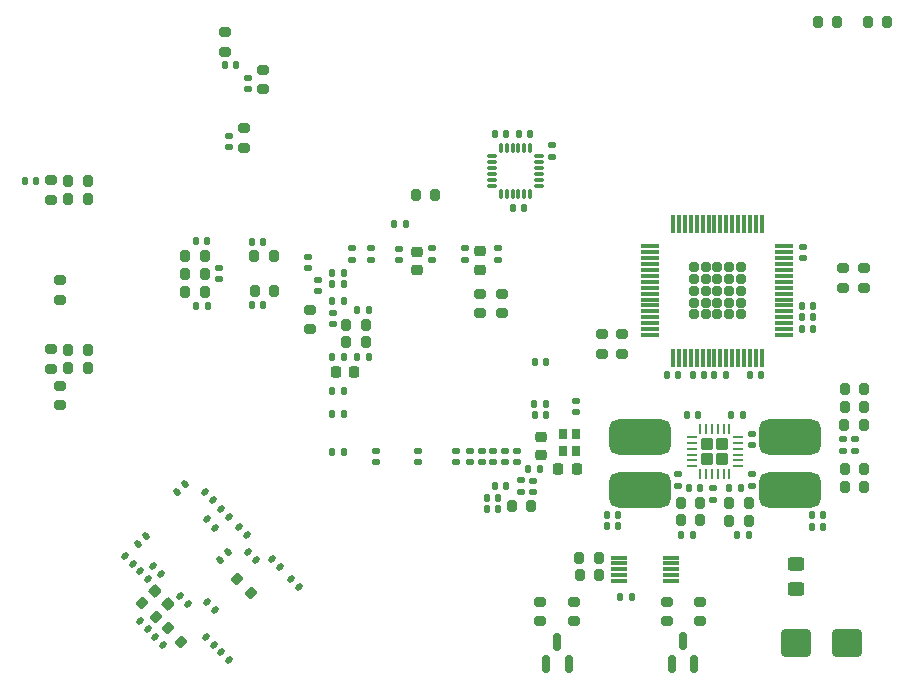
<source format=gbp>
G04 #@! TF.GenerationSoftware,KiCad,Pcbnew,7.0.6*
G04 #@! TF.CreationDate,2023-08-22T01:44:11+01:00*
G04 #@! TF.ProjectId,yasbc,79617362-632e-46b6-9963-61645f706362,rev?*
G04 #@! TF.SameCoordinates,Original*
G04 #@! TF.FileFunction,Paste,Bot*
G04 #@! TF.FilePolarity,Positive*
%FSLAX46Y46*%
G04 Gerber Fmt 4.6, Leading zero omitted, Abs format (unit mm)*
G04 Created by KiCad (PCBNEW 7.0.6) date 2023-08-22 01:44:11*
%MOMM*%
%LPD*%
G01*
G04 APERTURE LIST*
G04 Aperture macros list*
%AMRoundRect*
0 Rectangle with rounded corners*
0 $1 Rounding radius*
0 $2 $3 $4 $5 $6 $7 $8 $9 X,Y pos of 4 corners*
0 Add a 4 corners polygon primitive as box body*
4,1,4,$2,$3,$4,$5,$6,$7,$8,$9,$2,$3,0*
0 Add four circle primitives for the rounded corners*
1,1,$1+$1,$2,$3*
1,1,$1+$1,$4,$5*
1,1,$1+$1,$6,$7*
1,1,$1+$1,$8,$9*
0 Add four rect primitives between the rounded corners*
20,1,$1+$1,$2,$3,$4,$5,0*
20,1,$1+$1,$4,$5,$6,$7,0*
20,1,$1+$1,$6,$7,$8,$9,0*
20,1,$1+$1,$8,$9,$2,$3,0*%
G04 Aperture macros list end*
%ADD10RoundRect,0.140000X-0.170000X0.140000X-0.170000X-0.140000X0.170000X-0.140000X0.170000X0.140000X0*%
%ADD11RoundRect,0.140000X-0.219203X-0.021213X-0.021213X-0.219203X0.219203X0.021213X0.021213X0.219203X0*%
%ADD12RoundRect,0.140000X-0.140000X-0.170000X0.140000X-0.170000X0.140000X0.170000X-0.140000X0.170000X0*%
%ADD13RoundRect,0.200000X0.200000X0.275000X-0.200000X0.275000X-0.200000X-0.275000X0.200000X-0.275000X0*%
%ADD14RoundRect,0.140000X0.021213X-0.219203X0.219203X-0.021213X-0.021213X0.219203X-0.219203X0.021213X0*%
%ADD15RoundRect,0.250000X0.275000X0.275000X-0.275000X0.275000X-0.275000X-0.275000X0.275000X-0.275000X0*%
%ADD16RoundRect,0.062500X0.375000X0.062500X-0.375000X0.062500X-0.375000X-0.062500X0.375000X-0.062500X0*%
%ADD17RoundRect,0.062500X0.062500X0.375000X-0.062500X0.375000X-0.062500X-0.375000X0.062500X-0.375000X0*%
%ADD18RoundRect,0.250000X-0.450000X0.325000X-0.450000X-0.325000X0.450000X-0.325000X0.450000X0.325000X0*%
%ADD19RoundRect,0.200000X-0.275000X0.200000X-0.275000X-0.200000X0.275000X-0.200000X0.275000X0.200000X0*%
%ADD20RoundRect,0.200000X-0.200000X-0.275000X0.200000X-0.275000X0.200000X0.275000X-0.200000X0.275000X0*%
%ADD21RoundRect,0.140000X0.140000X0.170000X-0.140000X0.170000X-0.140000X-0.170000X0.140000X-0.170000X0*%
%ADD22RoundRect,0.225000X-0.250000X0.225000X-0.250000X-0.225000X0.250000X-0.225000X0.250000X0.225000X0*%
%ADD23RoundRect,0.200000X-0.335876X-0.053033X-0.053033X-0.335876X0.335876X0.053033X0.053033X0.335876X0*%
%ADD24RoundRect,0.140000X0.170000X-0.140000X0.170000X0.140000X-0.170000X0.140000X-0.170000X-0.140000X0*%
%ADD25RoundRect,0.200000X0.275000X-0.200000X0.275000X0.200000X-0.275000X0.200000X-0.275000X-0.200000X0*%
%ADD26RoundRect,0.140000X0.219203X0.021213X0.021213X0.219203X-0.219203X-0.021213X-0.021213X-0.219203X0*%
%ADD27R,1.400000X0.300000*%
%ADD28RoundRect,0.750000X-1.850000X0.750000X-1.850000X-0.750000X1.850000X-0.750000X1.850000X0.750000X0*%
%ADD29RoundRect,0.075000X-0.350000X-0.075000X0.350000X-0.075000X0.350000X0.075000X-0.350000X0.075000X0*%
%ADD30RoundRect,0.075000X-0.075000X0.350000X-0.075000X-0.350000X0.075000X-0.350000X0.075000X0.350000X0*%
%ADD31RoundRect,0.250000X-1.000000X-0.900000X1.000000X-0.900000X1.000000X0.900000X-1.000000X0.900000X0*%
%ADD32RoundRect,0.150000X0.150000X-0.587500X0.150000X0.587500X-0.150000X0.587500X-0.150000X-0.587500X0*%
%ADD33RoundRect,0.225000X-0.225000X-0.250000X0.225000X-0.250000X0.225000X0.250000X-0.225000X0.250000X0*%
%ADD34R,0.800000X0.900000*%
%ADD35RoundRect,0.225000X-0.335876X-0.017678X-0.017678X-0.335876X0.335876X0.017678X0.017678X0.335876X0*%
%ADD36RoundRect,0.202500X0.202500X0.202500X-0.202500X0.202500X-0.202500X-0.202500X0.202500X-0.202500X0*%
%ADD37RoundRect,0.075000X0.700000X0.075000X-0.700000X0.075000X-0.700000X-0.075000X0.700000X-0.075000X0*%
%ADD38RoundRect,0.075000X0.075000X0.700000X-0.075000X0.700000X-0.075000X-0.700000X0.075000X-0.700000X0*%
G04 APERTURE END LIST*
D10*
X92773500Y89900700D03*
X92773500Y88940700D03*
D11*
X62417428Y62537922D03*
X63096250Y61859100D03*
D12*
X91821000Y67792600D03*
X92781000Y67792600D03*
D11*
X68007661Y56973089D03*
X68686483Y56294267D03*
D13*
X113994200Y66832155D03*
X112344200Y66832155D03*
D12*
X114099400Y79146400D03*
X115059400Y79146400D03*
D14*
X65577078Y69282878D03*
X66255900Y69961700D03*
D11*
X69320089Y67786511D03*
X69998911Y67107689D03*
D13*
X73773800Y89204800D03*
X72123800Y89204800D03*
D15*
X111751400Y72039155D03*
X111751400Y73339155D03*
X110451400Y72039155D03*
X110451400Y73339155D03*
D16*
X113038900Y73939155D03*
X113038900Y73439155D03*
X113038900Y72939155D03*
X113038900Y72439155D03*
X113038900Y71939155D03*
X113038900Y71439155D03*
D17*
X112351400Y70751655D03*
X111851400Y70751655D03*
X111351400Y70751655D03*
X110851400Y70751655D03*
X110351400Y70751655D03*
X109851400Y70751655D03*
D16*
X109163900Y71439155D03*
X109163900Y71939155D03*
X109163900Y72439155D03*
X109163900Y72939155D03*
X109163900Y73439155D03*
X109163900Y73939155D03*
D17*
X109851400Y74626655D03*
X110351400Y74626655D03*
X110851400Y74626655D03*
X111351400Y74626655D03*
X111851400Y74626655D03*
X112351400Y74626655D03*
D18*
X117944900Y63128000D03*
X117944900Y61078000D03*
D19*
X96304100Y59956200D03*
X96304100Y58306200D03*
D20*
X85789000Y94434600D03*
X87439000Y94434600D03*
D12*
X83975000Y91948000D03*
X84935000Y91948000D03*
D21*
X96797900Y76718100D03*
X95837900Y76718100D03*
D10*
X84378800Y89865200D03*
X84378800Y88905200D03*
D13*
X123748799Y76454001D03*
X122098799Y76454001D03*
D22*
X96367600Y73949800D03*
X96367600Y72399800D03*
D12*
X78727300Y72628700D03*
X79687300Y72628700D03*
D23*
X62633406Y59870794D03*
X63800132Y58704068D03*
D11*
X65855639Y60445911D03*
X66534461Y59767089D03*
D12*
X78727300Y80655100D03*
X79687300Y80655100D03*
D21*
X96806900Y75752900D03*
X95846900Y75752900D03*
D10*
X80369300Y89900700D03*
X80369300Y88940700D03*
D20*
X119843200Y109088000D03*
X121493200Y109088000D03*
D24*
X82384900Y71815900D03*
X82384900Y72775900D03*
D20*
X99644700Y63703200D03*
X101294700Y63703200D03*
D12*
X112333600Y69575355D03*
X113293600Y69575355D03*
D21*
X93450300Y69733100D03*
X92490300Y69733100D03*
D13*
X123735600Y74955400D03*
X122085600Y74955400D03*
X123746800Y69672200D03*
X122096800Y69672200D03*
D24*
X91376500Y71790500D03*
X91376500Y72750500D03*
D25*
X123748800Y86576400D03*
X123748800Y88226400D03*
D12*
X109222600Y79146400D03*
X110182600Y79146400D03*
D20*
X108204000Y66882955D03*
X109854000Y66882955D03*
X66281800Y86233000D03*
X67931800Y86233000D03*
D25*
X55651400Y76630500D03*
X55651400Y78280500D03*
D20*
X66282741Y89281000D03*
X67932741Y89281000D03*
D10*
X110984800Y69575355D03*
X110984800Y68615355D03*
D13*
X95554800Y68069400D03*
X93904800Y68069400D03*
D26*
X68783200Y66259389D03*
X68104378Y66938211D03*
D21*
X109864600Y69575355D03*
X108904600Y69575355D03*
X102905000Y66349555D03*
X101945000Y66349555D03*
D24*
X89192100Y71795700D03*
X89192100Y72755700D03*
D26*
X68605400Y68554600D03*
X67926578Y69233422D03*
D10*
X118541800Y90043000D03*
X118541800Y89083000D03*
D12*
X108269600Y65663755D03*
X109229600Y65663755D03*
D10*
X69088000Y88237000D03*
X69088000Y87277000D03*
D12*
X119295800Y66324155D03*
X120255800Y66324155D03*
D20*
X79921600Y81937800D03*
X81571600Y81937800D03*
X56363600Y81304100D03*
X58013600Y81304100D03*
D21*
X53670200Y95616500D03*
X52710200Y95616500D03*
D23*
X70638237Y61873563D03*
X71804963Y60706837D03*
D12*
X118465600Y83083400D03*
X119425600Y83083400D03*
D24*
X76686300Y88224300D03*
X76686300Y89184300D03*
D20*
X56351400Y94092500D03*
X58001400Y94092500D03*
D10*
X107987600Y70769155D03*
X107987600Y69809155D03*
D25*
X71212600Y98426000D03*
X71212600Y100076000D03*
D13*
X123748800Y77952600D03*
X122098800Y77952600D03*
D10*
X121970800Y73733600D03*
X121970800Y72773600D03*
D20*
X112344200Y68330755D03*
X113994200Y68330755D03*
D12*
X111076800Y79146400D03*
X112036800Y79146400D03*
D13*
X73787000Y86309200D03*
X72137000Y86309200D03*
D10*
X87176500Y89900700D03*
X87176500Y88940700D03*
D11*
X62399213Y58344857D03*
X63078035Y57666035D03*
D24*
X85991700Y71765100D03*
X85991700Y72725100D03*
D10*
X89979500Y89900700D03*
X89979500Y88940700D03*
D19*
X107048300Y59981600D03*
X107048300Y58331600D03*
D14*
X62287778Y64853178D03*
X62966600Y65532000D03*
D13*
X81571600Y83436400D03*
X79921600Y83436400D03*
D12*
X69621800Y105396800D03*
X70581800Y105396800D03*
D14*
X69231189Y63541589D03*
X69910011Y64220411D03*
D21*
X94964852Y93319600D03*
X94004852Y93319600D03*
D12*
X91821000Y68783200D03*
X92781000Y68783200D03*
D21*
X93466801Y99568000D03*
X92506801Y99568000D03*
D12*
X78720900Y87835217D03*
X79680900Y87835217D03*
D24*
X92367100Y71790500D03*
X92367100Y72750500D03*
D11*
X61131239Y63824111D03*
X61810061Y63145289D03*
D27*
X107358900Y63712600D03*
X107358900Y63212600D03*
X107358900Y62712600D03*
X107358900Y62212600D03*
X107358900Y61712600D03*
X102958900Y61712600D03*
X102958900Y62212600D03*
X102958900Y62712600D03*
X102958900Y63212600D03*
X102958900Y63712600D03*
D11*
X68141639Y59963311D03*
X68820461Y59284489D03*
D21*
X72867400Y85064600D03*
X71907400Y85064600D03*
D20*
X99657900Y62204600D03*
X101307900Y62204600D03*
D12*
X80839167Y80682164D03*
X81799167Y80682164D03*
D25*
X69621800Y106553000D03*
X69621800Y108203000D03*
D28*
X104761800Y73893355D03*
X104761800Y69393355D03*
D11*
X69293850Y55686900D03*
X69972672Y55008078D03*
D13*
X125708600Y109088000D03*
X124058600Y109088000D03*
D22*
X91249500Y89634300D03*
X91249500Y88084300D03*
D13*
X123747801Y71170800D03*
X122097801Y71170800D03*
D29*
X92284000Y95193800D03*
X92284000Y95693800D03*
X92284000Y96193800D03*
X92284000Y96693800D03*
X92284000Y97193800D03*
X92284000Y97693800D03*
D30*
X92984000Y98393800D03*
X93484000Y98393800D03*
X93984000Y98393800D03*
X94484000Y98393800D03*
X94984000Y98393800D03*
X95484000Y98393800D03*
D29*
X96184000Y97693800D03*
X96184000Y97193800D03*
X96184000Y96693800D03*
X96184000Y96193800D03*
X96184000Y95693800D03*
X96184000Y95193800D03*
D30*
X95484000Y94493800D03*
X94984000Y94493800D03*
X94484000Y94493800D03*
X93984000Y94493800D03*
X93484000Y94493800D03*
X92984000Y94493800D03*
D21*
X109700000Y75793600D03*
X108740000Y75793600D03*
D26*
X74282300Y62925900D03*
X73603478Y63604722D03*
D24*
X94348300Y71790500D03*
X94348300Y72750500D03*
D25*
X91236800Y84392000D03*
X91236800Y86042000D03*
D19*
X109867700Y59981600D03*
X109867700Y58331600D03*
D10*
X122936000Y73733600D03*
X122936000Y72773600D03*
D21*
X96837500Y80248700D03*
X95877500Y80248700D03*
X107998200Y79146400D03*
X107038200Y79146400D03*
D24*
X77499100Y86245700D03*
X77499100Y87205700D03*
D25*
X103276400Y80988400D03*
X103276400Y82638400D03*
X121970800Y86576400D03*
X121970800Y88226400D03*
D24*
X99390200Y76019600D03*
X99390200Y76979600D03*
D25*
X101523800Y80988400D03*
X101523800Y82638400D03*
D10*
X81994900Y89900700D03*
X81994900Y88940700D03*
D12*
X67208400Y84988400D03*
X68168400Y84988400D03*
D11*
X63532378Y62985022D03*
X64211200Y62306200D03*
D24*
X69977000Y98467800D03*
X69977000Y99427800D03*
D10*
X114236000Y70766555D03*
X114236000Y69806555D03*
D31*
X117979300Y56464200D03*
X122279300Y56464200D03*
D12*
X112499200Y75819000D03*
X113459200Y75819000D03*
D20*
X66281116Y87757000D03*
X67931116Y87757000D03*
D26*
X71526400Y65633600D03*
X70847578Y66312422D03*
D24*
X95724900Y69278500D03*
X95724900Y70238500D03*
D21*
X72870000Y90449400D03*
X71910000Y90449400D03*
D12*
X95307100Y71180900D03*
X96267100Y71180900D03*
D24*
X71578600Y103364800D03*
X71578600Y104324800D03*
D32*
X109369900Y54739300D03*
X107469900Y54739300D03*
X108419900Y56614300D03*
D12*
X94487452Y99568000D03*
X95447452Y99568000D03*
D25*
X54889400Y94004101D03*
X54889400Y95654101D03*
D28*
X117461800Y73893355D03*
X117461800Y69393355D03*
D12*
X78727300Y75829100D03*
X79687300Y75829100D03*
D33*
X97866200Y71244400D03*
X99416200Y71244400D03*
X79008700Y79385100D03*
X80558700Y79385100D03*
D24*
X97355052Y97663000D03*
X97355052Y98623000D03*
X94720300Y69281100D03*
X94720300Y70241100D03*
D34*
X98256000Y72740000D03*
X98256000Y74140000D03*
X99356000Y74140000D03*
X99356000Y72740000D03*
D24*
X114236000Y73256200D03*
X114236000Y74216200D03*
D26*
X72272211Y63541589D03*
X71593389Y64220411D03*
D24*
X90385900Y71795700D03*
X90385900Y72755700D03*
D12*
X103113900Y60375800D03*
X104073900Y60375800D03*
D24*
X93357700Y71787900D03*
X93357700Y72747900D03*
D35*
X63716642Y60883108D03*
X64812658Y59787092D03*
D25*
X93065600Y84392000D03*
X93065600Y86042000D03*
D32*
X98727300Y54713900D03*
X96827300Y54713900D03*
X97777300Y56588900D03*
D21*
X113976800Y65612955D03*
X113016800Y65612955D03*
X81795028Y84690997D03*
X80835028Y84690997D03*
D25*
X54914800Y79717100D03*
X54914800Y81367100D03*
D12*
X119295800Y67289355D03*
X120255800Y67289355D03*
D20*
X56363600Y79766900D03*
X58013600Y79766900D03*
D19*
X99148900Y59956200D03*
X99148900Y58306200D03*
D12*
X118465600Y84074000D03*
X119425600Y84074000D03*
D21*
X102902600Y67314755D03*
X101942600Y67314755D03*
D20*
X56351400Y95616500D03*
X58001400Y95616500D03*
D36*
X113328200Y84309200D03*
X113328200Y85309200D03*
X113328200Y86309200D03*
X113328200Y87309200D03*
X113328200Y88309200D03*
X112328200Y84309200D03*
X112328200Y85309200D03*
X112328200Y86309200D03*
X112328200Y87309200D03*
X112328200Y88309200D03*
X111328200Y84309200D03*
X111328200Y85309200D03*
X111328200Y86309200D03*
X111328200Y87309200D03*
X111328200Y88309200D03*
X110328200Y84309200D03*
X110328200Y85309200D03*
X110328200Y86309200D03*
X110328200Y87309200D03*
X110328200Y88309200D03*
X109328200Y84309200D03*
X109328200Y85309200D03*
X109328200Y86309200D03*
X109328200Y87309200D03*
X109328200Y88309200D03*
D37*
X117003200Y90059200D03*
X117003200Y89559200D03*
X117003200Y89059200D03*
X117003200Y88559200D03*
X117003200Y88059200D03*
X117003200Y87559200D03*
X117003200Y87059200D03*
X117003200Y86559200D03*
X117003200Y86059200D03*
X117003200Y85559200D03*
X117003200Y85059200D03*
X117003200Y84559200D03*
X117003200Y84059200D03*
X117003200Y83559200D03*
X117003200Y83059200D03*
X117003200Y82559200D03*
D38*
X115078200Y80634200D03*
X114578200Y80634200D03*
X114078200Y80634200D03*
X113578200Y80634200D03*
X113078200Y80634200D03*
X112578200Y80634200D03*
X112078200Y80634200D03*
X111578200Y80634200D03*
X111078200Y80634200D03*
X110578200Y80634200D03*
X110078200Y80634200D03*
X109578200Y80634200D03*
X109078200Y80634200D03*
X108578200Y80634200D03*
X108078200Y80634200D03*
X107578200Y80634200D03*
D37*
X105653200Y82559200D03*
X105653200Y83059200D03*
X105653200Y83559200D03*
X105653200Y84059200D03*
X105653200Y84559200D03*
X105653200Y85059200D03*
X105653200Y85559200D03*
X105653200Y86059200D03*
X105653200Y86559200D03*
X105653200Y87059200D03*
X105653200Y87559200D03*
X105653200Y88059200D03*
X105653200Y88559200D03*
X105653200Y89059200D03*
X105653200Y89559200D03*
X105653200Y90059200D03*
D38*
X107578200Y91984200D03*
X108078200Y91984200D03*
X108578200Y91984200D03*
X109078200Y91984200D03*
X109578200Y91984200D03*
X110078200Y91984200D03*
X110578200Y91984200D03*
X111078200Y91984200D03*
X111578200Y91984200D03*
X112078200Y91984200D03*
X112578200Y91984200D03*
X113078200Y91984200D03*
X113578200Y91984200D03*
X114078200Y91984200D03*
X114578200Y91984200D03*
X115078200Y91984200D03*
D11*
X75254478Y61877522D03*
X75933300Y61198700D03*
D12*
X78727300Y77835700D03*
X79687300Y77835700D03*
X78718300Y85455700D03*
X79678300Y85455700D03*
D25*
X76860400Y83030000D03*
X76860400Y84680000D03*
X55639201Y85545900D03*
X55639201Y87195900D03*
D12*
X78720900Y86870017D03*
X79680900Y86870017D03*
D23*
X64770000Y57734200D03*
X65936726Y56567474D03*
D24*
X78746300Y83461800D03*
X78746300Y84421800D03*
D12*
X67185600Y90525600D03*
X68145600Y90525600D03*
D11*
X63728291Y57015779D03*
X64407113Y56336957D03*
D13*
X109854000Y68356155D03*
X108204000Y68356155D03*
D12*
X118465600Y85039200D03*
X119425600Y85039200D03*
D22*
X85931900Y89621300D03*
X85931900Y88071300D03*
D25*
X72848600Y103365801D03*
X72848600Y105015801D03*
M02*

</source>
